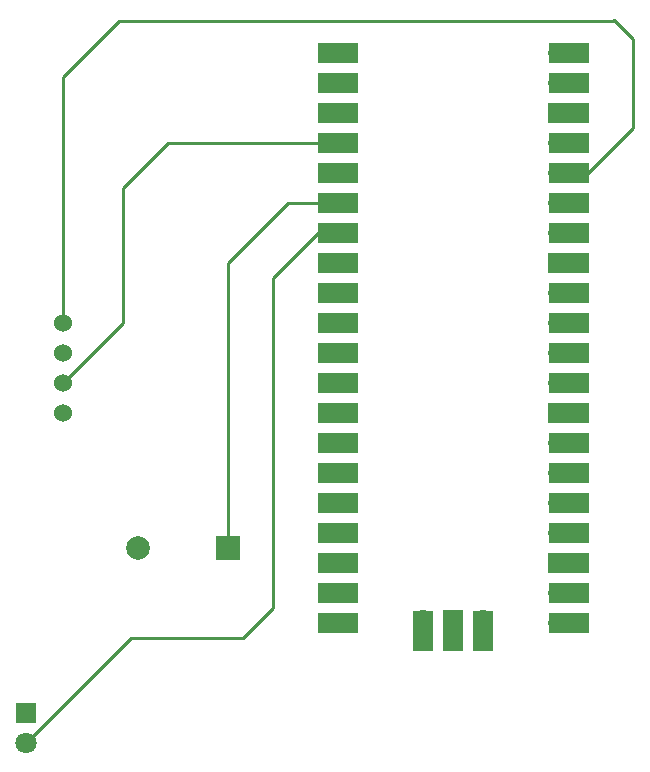
<source format=gbr>
%TF.GenerationSoftware,KiCad,Pcbnew,(7.0.0)*%
%TF.CreationDate,2023-11-05T01:23:08-04:00*%
%TF.ProjectId,Ultrasonic_ruler,556c7472-6173-46f6-9e69-635f72756c65,rev?*%
%TF.SameCoordinates,Original*%
%TF.FileFunction,Copper,L1,Top*%
%TF.FilePolarity,Positive*%
%FSLAX46Y46*%
G04 Gerber Fmt 4.6, Leading zero omitted, Abs format (unit mm)*
G04 Created by KiCad (PCBNEW (7.0.0)) date 2023-11-05 01:23:08*
%MOMM*%
%LPD*%
G01*
G04 APERTURE LIST*
%TA.AperFunction,ComponentPad*%
%ADD10C,1.530000*%
%TD*%
%TA.AperFunction,ComponentPad*%
%ADD11R,2.000000X2.000000*%
%TD*%
%TA.AperFunction,ComponentPad*%
%ADD12C,2.000000*%
%TD*%
%TA.AperFunction,ComponentPad*%
%ADD13R,1.800000X1.800000*%
%TD*%
%TA.AperFunction,ComponentPad*%
%ADD14C,1.800000*%
%TD*%
%TA.AperFunction,ComponentPad*%
%ADD15O,1.700000X1.700000*%
%TD*%
%TA.AperFunction,SMDPad,CuDef*%
%ADD16R,3.500000X1.700000*%
%TD*%
%TA.AperFunction,ComponentPad*%
%ADD17R,1.700000X1.700000*%
%TD*%
%TA.AperFunction,SMDPad,CuDef*%
%ADD18R,1.700000X3.500000*%
%TD*%
%TA.AperFunction,Conductor*%
%ADD19C,0.250000*%
%TD*%
G04 APERTURE END LIST*
D10*
%TO.P,US SENSOR,1,VCC*%
%TO.N,Net-(U1-3V3)*%
X96520000Y-67310000D03*
%TO.P,US SENSOR,2,TRIG*%
%TO.N,Net-(U1-GPIO3)*%
X96520000Y-69850000D03*
%TO.P,US SENSOR,3,ECHO*%
%TO.N,Net-(U1-GPIO2)*%
X96520000Y-72390000D03*
%TO.P,US SENSOR,4,GND*%
%TO.N,GND*%
X96520000Y-74930000D03*
%TD*%
D11*
%TO.P,BUZZER,1,-*%
%TO.N,Net-(BZ1--)*%
X110479999Y-86359999D03*
D12*
%TO.P,BUZZER,2,+*%
%TO.N,GND*%
X102880000Y-86360000D03*
%TD*%
D13*
%TO.P,LED,1,K*%
%TO.N,GND*%
X93374999Y-100324999D03*
D14*
%TO.P,LED,2,A*%
%TO.N,Net-(D1-A)*%
X93375000Y-102865000D03*
%TD*%
D15*
%TO.P,RP PICO,1*%
%TO.N,N/C*%
X120649999Y-44449999D03*
D16*
X119749999Y-44449999D03*
D15*
%TO.P,RP PICO,2*%
X120649999Y-46989999D03*
D16*
X119749999Y-46989999D03*
D17*
%TO.P,RP PICO,3*%
X120649999Y-49529999D03*
D16*
X119749999Y-49529999D03*
D15*
%TO.P,RP PICO,4*%
%TO.N,Net-(U1-GPIO2)*%
X120649999Y-52069999D03*
D16*
X119749999Y-52069999D03*
D15*
%TO.P,RP PICO,5*%
%TO.N,Net-(U1-GPIO3)*%
X120649999Y-54609999D03*
D16*
X119749999Y-54609999D03*
D15*
%TO.P,RP PICO,6*%
%TO.N,Net-(BZ1--)*%
X120649999Y-57149999D03*
D16*
X119749999Y-57149999D03*
D15*
%TO.P,RP PICO,7*%
%TO.N,Net-(D1-A)*%
X120649999Y-59689999D03*
D16*
X119749999Y-59689999D03*
D17*
%TO.P,RP PICO,8*%
%TO.N,N/C*%
X120649999Y-62229999D03*
D16*
X119749999Y-62229999D03*
D15*
%TO.P,RP PICO,9*%
X120649999Y-64769999D03*
D16*
X119749999Y-64769999D03*
D15*
%TO.P,RP PICO,10*%
X120649999Y-67309999D03*
D16*
X119749999Y-67309999D03*
D15*
%TO.P,RP PICO,11*%
X120649999Y-69849999D03*
D16*
X119749999Y-69849999D03*
D15*
%TO.P,RP PICO,12*%
X120649999Y-72389999D03*
D16*
X119749999Y-72389999D03*
D17*
%TO.P,RP PICO,13*%
X120649999Y-74929999D03*
D16*
X119749999Y-74929999D03*
D15*
%TO.P,RP PICO,14*%
X120649999Y-77469999D03*
D16*
X119749999Y-77469999D03*
D15*
%TO.P,RP PICO,15*%
X120649999Y-80009999D03*
D16*
X119749999Y-80009999D03*
D15*
%TO.P,RP PICO,16*%
X120649999Y-82549999D03*
D16*
X119749999Y-82549999D03*
D15*
%TO.P,RP PICO,17*%
X120649999Y-85089999D03*
D16*
X119749999Y-85089999D03*
D17*
%TO.P,RP PICO,18*%
%TO.N,GND*%
X120649999Y-87629999D03*
D16*
X119749999Y-87629999D03*
D15*
%TO.P,RP PICO,19*%
%TO.N,N/C*%
X120649999Y-90169999D03*
D16*
X119749999Y-90169999D03*
D15*
%TO.P,RP PICO,20*%
X120649999Y-92709999D03*
D16*
X119749999Y-92709999D03*
D15*
%TO.P,RP PICO,21*%
X138429999Y-92709999D03*
D16*
X139329999Y-92709999D03*
D15*
%TO.P,RP PICO,22*%
X138429999Y-90169999D03*
D16*
X139329999Y-90169999D03*
D17*
%TO.P,RP PICO,23*%
X138429999Y-87629999D03*
D16*
X139329999Y-87629999D03*
D15*
%TO.P,RP PICO,24*%
X138429999Y-85089999D03*
D16*
X139329999Y-85089999D03*
D15*
%TO.P,RP PICO,25*%
X138429999Y-82549999D03*
D16*
X139329999Y-82549999D03*
D15*
%TO.P,RP PICO,26*%
X138429999Y-80009999D03*
D16*
X139329999Y-80009999D03*
D15*
%TO.P,RP PICO,27*%
X138429999Y-77469999D03*
D16*
X139329999Y-77469999D03*
D17*
%TO.P,RP PICO,28*%
X138429999Y-74929999D03*
D16*
X139329999Y-74929999D03*
D15*
%TO.P,RP PICO,29*%
X138429999Y-72389999D03*
D16*
X139329999Y-72389999D03*
D15*
%TO.P,RP PICO,30*%
X138429999Y-69849999D03*
D16*
X139329999Y-69849999D03*
D15*
%TO.P,RP PICO,31*%
X138429999Y-67309999D03*
D16*
X139329999Y-67309999D03*
D15*
%TO.P,RP PICO,32*%
X138429999Y-64769999D03*
D16*
X139329999Y-64769999D03*
D17*
%TO.P,RP PICO,33*%
X138429999Y-62229999D03*
D16*
X139329999Y-62229999D03*
D15*
%TO.P,RP PICO,34*%
X138429999Y-59689999D03*
D16*
X139329999Y-59689999D03*
D15*
%TO.P,RP PICO,35*%
X138429999Y-57149999D03*
D16*
X139329999Y-57149999D03*
D15*
%TO.P,RP PICO,36*%
%TO.N,Net-(U1-3V3)*%
X138429999Y-54609999D03*
D16*
X139329999Y-54609999D03*
D15*
%TO.P,RP PICO,37*%
%TO.N,N/C*%
X138429999Y-52069999D03*
D16*
X139329999Y-52069999D03*
D17*
%TO.P,RP PICO,38*%
X138429999Y-49529999D03*
D16*
X139329999Y-49529999D03*
D15*
%TO.P,RP PICO,39*%
X138429999Y-46989999D03*
D16*
X139329999Y-46989999D03*
D15*
%TO.P,RP PICO,40*%
X138429999Y-44449999D03*
D16*
X139329999Y-44449999D03*
D15*
%TO.P,RP PICO,41*%
X126999999Y-92479999D03*
D18*
X126999999Y-93379999D03*
D17*
%TO.P,RP PICO,42*%
X129539999Y-92479999D03*
D18*
X129539999Y-93379999D03*
D15*
%TO.P,RP PICO,43*%
X132079999Y-92479999D03*
D18*
X132079999Y-93379999D03*
%TD*%
D19*
%TO.N,Net-(BZ1--)*%
X110480000Y-62240000D02*
X115570000Y-57150000D01*
X115570000Y-57150000D02*
X120650000Y-57150000D01*
X110480000Y-86360000D02*
X110480000Y-62240000D01*
%TO.N,Net-(D1-A)*%
X114300000Y-63500000D02*
X118110000Y-59690000D01*
X114300000Y-91440000D02*
X114300000Y-63500000D01*
X118110000Y-59690000D02*
X120650000Y-59690000D01*
X111760000Y-93980000D02*
X114300000Y-91440000D01*
X102260000Y-93980000D02*
X111760000Y-93980000D01*
X93375000Y-102865000D02*
X102260000Y-93980000D01*
%TO.N,Net-(U1-GPIO2)*%
X96520000Y-72390000D02*
X101600000Y-67310000D01*
X101600000Y-67310000D02*
X101600000Y-55880000D01*
X101600000Y-55880000D02*
X105410000Y-52070000D01*
X105410000Y-52070000D02*
X120650000Y-52070000D01*
%TO.N,Net-(U1-3V3)*%
X144780000Y-50800000D02*
X140970000Y-54610000D01*
X140970000Y-54610000D02*
X138430000Y-54610000D01*
X143160839Y-41658980D02*
X144780000Y-43278141D01*
X144780000Y-43278141D02*
X144780000Y-50800000D01*
X143100219Y-41719600D02*
X143160839Y-41658980D01*
X101272847Y-41719600D02*
X143100219Y-41719600D01*
X96520000Y-46472447D02*
X101272847Y-41719600D01*
X96520000Y-67310000D02*
X96520000Y-46472447D01*
%TD*%
M02*

</source>
